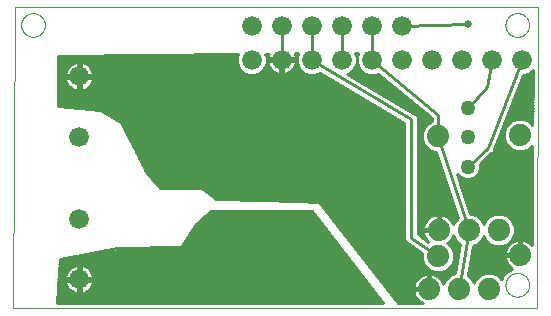
<source format=gbl>
G75*
%MOIN*%
%OFA0B0*%
%FSLAX25Y25*%
%IPPOS*%
%LPD*%
%AMOC8*
5,1,8,0,0,1.08239X$1,22.5*
%
%ADD10C,0.00000*%
%ADD11C,0.06600*%
%ADD12C,0.07400*%
%ADD13C,0.05000*%
%ADD14C,0.01000*%
%ADD15C,0.02500*%
D10*
X0003833Y0004000D02*
X0178333Y0004000D01*
X0178833Y0104394D01*
X0004333Y0104394D01*
X0003833Y0004000D01*
X0006522Y0098488D02*
X0006524Y0098613D01*
X0006530Y0098738D01*
X0006540Y0098862D01*
X0006554Y0098986D01*
X0006571Y0099110D01*
X0006593Y0099233D01*
X0006619Y0099355D01*
X0006648Y0099477D01*
X0006681Y0099597D01*
X0006719Y0099716D01*
X0006759Y0099835D01*
X0006804Y0099951D01*
X0006852Y0100066D01*
X0006904Y0100180D01*
X0006960Y0100292D01*
X0007019Y0100402D01*
X0007081Y0100510D01*
X0007147Y0100617D01*
X0007216Y0100721D01*
X0007289Y0100822D01*
X0007364Y0100922D01*
X0007443Y0101019D01*
X0007525Y0101113D01*
X0007610Y0101205D01*
X0007697Y0101294D01*
X0007788Y0101380D01*
X0007881Y0101463D01*
X0007977Y0101544D01*
X0008075Y0101621D01*
X0008175Y0101695D01*
X0008278Y0101766D01*
X0008383Y0101833D01*
X0008491Y0101898D01*
X0008600Y0101958D01*
X0008711Y0102016D01*
X0008824Y0102069D01*
X0008938Y0102119D01*
X0009054Y0102166D01*
X0009171Y0102208D01*
X0009290Y0102247D01*
X0009410Y0102283D01*
X0009531Y0102314D01*
X0009653Y0102342D01*
X0009775Y0102365D01*
X0009899Y0102385D01*
X0010023Y0102401D01*
X0010147Y0102413D01*
X0010272Y0102421D01*
X0010397Y0102425D01*
X0010521Y0102425D01*
X0010646Y0102421D01*
X0010771Y0102413D01*
X0010895Y0102401D01*
X0011019Y0102385D01*
X0011143Y0102365D01*
X0011265Y0102342D01*
X0011387Y0102314D01*
X0011508Y0102283D01*
X0011628Y0102247D01*
X0011747Y0102208D01*
X0011864Y0102166D01*
X0011980Y0102119D01*
X0012094Y0102069D01*
X0012207Y0102016D01*
X0012318Y0101958D01*
X0012428Y0101898D01*
X0012535Y0101833D01*
X0012640Y0101766D01*
X0012743Y0101695D01*
X0012843Y0101621D01*
X0012941Y0101544D01*
X0013037Y0101463D01*
X0013130Y0101380D01*
X0013221Y0101294D01*
X0013308Y0101205D01*
X0013393Y0101113D01*
X0013475Y0101019D01*
X0013554Y0100922D01*
X0013629Y0100822D01*
X0013702Y0100721D01*
X0013771Y0100617D01*
X0013837Y0100510D01*
X0013899Y0100402D01*
X0013958Y0100292D01*
X0014014Y0100180D01*
X0014066Y0100066D01*
X0014114Y0099951D01*
X0014159Y0099835D01*
X0014199Y0099716D01*
X0014237Y0099597D01*
X0014270Y0099477D01*
X0014299Y0099355D01*
X0014325Y0099233D01*
X0014347Y0099110D01*
X0014364Y0098986D01*
X0014378Y0098862D01*
X0014388Y0098738D01*
X0014394Y0098613D01*
X0014396Y0098488D01*
X0014394Y0098363D01*
X0014388Y0098238D01*
X0014378Y0098114D01*
X0014364Y0097990D01*
X0014347Y0097866D01*
X0014325Y0097743D01*
X0014299Y0097621D01*
X0014270Y0097499D01*
X0014237Y0097379D01*
X0014199Y0097260D01*
X0014159Y0097141D01*
X0014114Y0097025D01*
X0014066Y0096910D01*
X0014014Y0096796D01*
X0013958Y0096684D01*
X0013899Y0096574D01*
X0013837Y0096466D01*
X0013771Y0096359D01*
X0013702Y0096255D01*
X0013629Y0096154D01*
X0013554Y0096054D01*
X0013475Y0095957D01*
X0013393Y0095863D01*
X0013308Y0095771D01*
X0013221Y0095682D01*
X0013130Y0095596D01*
X0013037Y0095513D01*
X0012941Y0095432D01*
X0012843Y0095355D01*
X0012743Y0095281D01*
X0012640Y0095210D01*
X0012535Y0095143D01*
X0012427Y0095078D01*
X0012318Y0095018D01*
X0012207Y0094960D01*
X0012094Y0094907D01*
X0011980Y0094857D01*
X0011864Y0094810D01*
X0011747Y0094768D01*
X0011628Y0094729D01*
X0011508Y0094693D01*
X0011387Y0094662D01*
X0011265Y0094634D01*
X0011143Y0094611D01*
X0011019Y0094591D01*
X0010895Y0094575D01*
X0010771Y0094563D01*
X0010646Y0094555D01*
X0010521Y0094551D01*
X0010397Y0094551D01*
X0010272Y0094555D01*
X0010147Y0094563D01*
X0010023Y0094575D01*
X0009899Y0094591D01*
X0009775Y0094611D01*
X0009653Y0094634D01*
X0009531Y0094662D01*
X0009410Y0094693D01*
X0009290Y0094729D01*
X0009171Y0094768D01*
X0009054Y0094810D01*
X0008938Y0094857D01*
X0008824Y0094907D01*
X0008711Y0094960D01*
X0008600Y0095018D01*
X0008490Y0095078D01*
X0008383Y0095143D01*
X0008278Y0095210D01*
X0008175Y0095281D01*
X0008075Y0095355D01*
X0007977Y0095432D01*
X0007881Y0095513D01*
X0007788Y0095596D01*
X0007697Y0095682D01*
X0007610Y0095771D01*
X0007525Y0095863D01*
X0007443Y0095957D01*
X0007364Y0096054D01*
X0007289Y0096154D01*
X0007216Y0096255D01*
X0007147Y0096359D01*
X0007081Y0096466D01*
X0007019Y0096574D01*
X0006960Y0096684D01*
X0006904Y0096796D01*
X0006852Y0096910D01*
X0006804Y0097025D01*
X0006759Y0097141D01*
X0006719Y0097260D01*
X0006681Y0097379D01*
X0006648Y0097499D01*
X0006619Y0097621D01*
X0006593Y0097743D01*
X0006571Y0097866D01*
X0006554Y0097990D01*
X0006540Y0098114D01*
X0006530Y0098238D01*
X0006524Y0098363D01*
X0006522Y0098488D01*
X0167940Y0098488D02*
X0167942Y0098613D01*
X0167948Y0098738D01*
X0167958Y0098862D01*
X0167972Y0098986D01*
X0167989Y0099110D01*
X0168011Y0099233D01*
X0168037Y0099355D01*
X0168066Y0099477D01*
X0168099Y0099597D01*
X0168137Y0099716D01*
X0168177Y0099835D01*
X0168222Y0099951D01*
X0168270Y0100066D01*
X0168322Y0100180D01*
X0168378Y0100292D01*
X0168437Y0100402D01*
X0168499Y0100510D01*
X0168565Y0100617D01*
X0168634Y0100721D01*
X0168707Y0100822D01*
X0168782Y0100922D01*
X0168861Y0101019D01*
X0168943Y0101113D01*
X0169028Y0101205D01*
X0169115Y0101294D01*
X0169206Y0101380D01*
X0169299Y0101463D01*
X0169395Y0101544D01*
X0169493Y0101621D01*
X0169593Y0101695D01*
X0169696Y0101766D01*
X0169801Y0101833D01*
X0169909Y0101898D01*
X0170018Y0101958D01*
X0170129Y0102016D01*
X0170242Y0102069D01*
X0170356Y0102119D01*
X0170472Y0102166D01*
X0170589Y0102208D01*
X0170708Y0102247D01*
X0170828Y0102283D01*
X0170949Y0102314D01*
X0171071Y0102342D01*
X0171193Y0102365D01*
X0171317Y0102385D01*
X0171441Y0102401D01*
X0171565Y0102413D01*
X0171690Y0102421D01*
X0171815Y0102425D01*
X0171939Y0102425D01*
X0172064Y0102421D01*
X0172189Y0102413D01*
X0172313Y0102401D01*
X0172437Y0102385D01*
X0172561Y0102365D01*
X0172683Y0102342D01*
X0172805Y0102314D01*
X0172926Y0102283D01*
X0173046Y0102247D01*
X0173165Y0102208D01*
X0173282Y0102166D01*
X0173398Y0102119D01*
X0173512Y0102069D01*
X0173625Y0102016D01*
X0173736Y0101958D01*
X0173846Y0101898D01*
X0173953Y0101833D01*
X0174058Y0101766D01*
X0174161Y0101695D01*
X0174261Y0101621D01*
X0174359Y0101544D01*
X0174455Y0101463D01*
X0174548Y0101380D01*
X0174639Y0101294D01*
X0174726Y0101205D01*
X0174811Y0101113D01*
X0174893Y0101019D01*
X0174972Y0100922D01*
X0175047Y0100822D01*
X0175120Y0100721D01*
X0175189Y0100617D01*
X0175255Y0100510D01*
X0175317Y0100402D01*
X0175376Y0100292D01*
X0175432Y0100180D01*
X0175484Y0100066D01*
X0175532Y0099951D01*
X0175577Y0099835D01*
X0175617Y0099716D01*
X0175655Y0099597D01*
X0175688Y0099477D01*
X0175717Y0099355D01*
X0175743Y0099233D01*
X0175765Y0099110D01*
X0175782Y0098986D01*
X0175796Y0098862D01*
X0175806Y0098738D01*
X0175812Y0098613D01*
X0175814Y0098488D01*
X0175812Y0098363D01*
X0175806Y0098238D01*
X0175796Y0098114D01*
X0175782Y0097990D01*
X0175765Y0097866D01*
X0175743Y0097743D01*
X0175717Y0097621D01*
X0175688Y0097499D01*
X0175655Y0097379D01*
X0175617Y0097260D01*
X0175577Y0097141D01*
X0175532Y0097025D01*
X0175484Y0096910D01*
X0175432Y0096796D01*
X0175376Y0096684D01*
X0175317Y0096574D01*
X0175255Y0096466D01*
X0175189Y0096359D01*
X0175120Y0096255D01*
X0175047Y0096154D01*
X0174972Y0096054D01*
X0174893Y0095957D01*
X0174811Y0095863D01*
X0174726Y0095771D01*
X0174639Y0095682D01*
X0174548Y0095596D01*
X0174455Y0095513D01*
X0174359Y0095432D01*
X0174261Y0095355D01*
X0174161Y0095281D01*
X0174058Y0095210D01*
X0173953Y0095143D01*
X0173845Y0095078D01*
X0173736Y0095018D01*
X0173625Y0094960D01*
X0173512Y0094907D01*
X0173398Y0094857D01*
X0173282Y0094810D01*
X0173165Y0094768D01*
X0173046Y0094729D01*
X0172926Y0094693D01*
X0172805Y0094662D01*
X0172683Y0094634D01*
X0172561Y0094611D01*
X0172437Y0094591D01*
X0172313Y0094575D01*
X0172189Y0094563D01*
X0172064Y0094555D01*
X0171939Y0094551D01*
X0171815Y0094551D01*
X0171690Y0094555D01*
X0171565Y0094563D01*
X0171441Y0094575D01*
X0171317Y0094591D01*
X0171193Y0094611D01*
X0171071Y0094634D01*
X0170949Y0094662D01*
X0170828Y0094693D01*
X0170708Y0094729D01*
X0170589Y0094768D01*
X0170472Y0094810D01*
X0170356Y0094857D01*
X0170242Y0094907D01*
X0170129Y0094960D01*
X0170018Y0095018D01*
X0169908Y0095078D01*
X0169801Y0095143D01*
X0169696Y0095210D01*
X0169593Y0095281D01*
X0169493Y0095355D01*
X0169395Y0095432D01*
X0169299Y0095513D01*
X0169206Y0095596D01*
X0169115Y0095682D01*
X0169028Y0095771D01*
X0168943Y0095863D01*
X0168861Y0095957D01*
X0168782Y0096054D01*
X0168707Y0096154D01*
X0168634Y0096255D01*
X0168565Y0096359D01*
X0168499Y0096466D01*
X0168437Y0096574D01*
X0168378Y0096684D01*
X0168322Y0096796D01*
X0168270Y0096910D01*
X0168222Y0097025D01*
X0168177Y0097141D01*
X0168137Y0097260D01*
X0168099Y0097379D01*
X0168066Y0097499D01*
X0168037Y0097621D01*
X0168011Y0097743D01*
X0167989Y0097866D01*
X0167972Y0097990D01*
X0167958Y0098114D01*
X0167948Y0098238D01*
X0167942Y0098363D01*
X0167940Y0098488D01*
X0167940Y0011874D02*
X0167942Y0011999D01*
X0167948Y0012124D01*
X0167958Y0012248D01*
X0167972Y0012372D01*
X0167989Y0012496D01*
X0168011Y0012619D01*
X0168037Y0012741D01*
X0168066Y0012863D01*
X0168099Y0012983D01*
X0168137Y0013102D01*
X0168177Y0013221D01*
X0168222Y0013337D01*
X0168270Y0013452D01*
X0168322Y0013566D01*
X0168378Y0013678D01*
X0168437Y0013788D01*
X0168499Y0013896D01*
X0168565Y0014003D01*
X0168634Y0014107D01*
X0168707Y0014208D01*
X0168782Y0014308D01*
X0168861Y0014405D01*
X0168943Y0014499D01*
X0169028Y0014591D01*
X0169115Y0014680D01*
X0169206Y0014766D01*
X0169299Y0014849D01*
X0169395Y0014930D01*
X0169493Y0015007D01*
X0169593Y0015081D01*
X0169696Y0015152D01*
X0169801Y0015219D01*
X0169909Y0015284D01*
X0170018Y0015344D01*
X0170129Y0015402D01*
X0170242Y0015455D01*
X0170356Y0015505D01*
X0170472Y0015552D01*
X0170589Y0015594D01*
X0170708Y0015633D01*
X0170828Y0015669D01*
X0170949Y0015700D01*
X0171071Y0015728D01*
X0171193Y0015751D01*
X0171317Y0015771D01*
X0171441Y0015787D01*
X0171565Y0015799D01*
X0171690Y0015807D01*
X0171815Y0015811D01*
X0171939Y0015811D01*
X0172064Y0015807D01*
X0172189Y0015799D01*
X0172313Y0015787D01*
X0172437Y0015771D01*
X0172561Y0015751D01*
X0172683Y0015728D01*
X0172805Y0015700D01*
X0172926Y0015669D01*
X0173046Y0015633D01*
X0173165Y0015594D01*
X0173282Y0015552D01*
X0173398Y0015505D01*
X0173512Y0015455D01*
X0173625Y0015402D01*
X0173736Y0015344D01*
X0173846Y0015284D01*
X0173953Y0015219D01*
X0174058Y0015152D01*
X0174161Y0015081D01*
X0174261Y0015007D01*
X0174359Y0014930D01*
X0174455Y0014849D01*
X0174548Y0014766D01*
X0174639Y0014680D01*
X0174726Y0014591D01*
X0174811Y0014499D01*
X0174893Y0014405D01*
X0174972Y0014308D01*
X0175047Y0014208D01*
X0175120Y0014107D01*
X0175189Y0014003D01*
X0175255Y0013896D01*
X0175317Y0013788D01*
X0175376Y0013678D01*
X0175432Y0013566D01*
X0175484Y0013452D01*
X0175532Y0013337D01*
X0175577Y0013221D01*
X0175617Y0013102D01*
X0175655Y0012983D01*
X0175688Y0012863D01*
X0175717Y0012741D01*
X0175743Y0012619D01*
X0175765Y0012496D01*
X0175782Y0012372D01*
X0175796Y0012248D01*
X0175806Y0012124D01*
X0175812Y0011999D01*
X0175814Y0011874D01*
X0175812Y0011749D01*
X0175806Y0011624D01*
X0175796Y0011500D01*
X0175782Y0011376D01*
X0175765Y0011252D01*
X0175743Y0011129D01*
X0175717Y0011007D01*
X0175688Y0010885D01*
X0175655Y0010765D01*
X0175617Y0010646D01*
X0175577Y0010527D01*
X0175532Y0010411D01*
X0175484Y0010296D01*
X0175432Y0010182D01*
X0175376Y0010070D01*
X0175317Y0009960D01*
X0175255Y0009852D01*
X0175189Y0009745D01*
X0175120Y0009641D01*
X0175047Y0009540D01*
X0174972Y0009440D01*
X0174893Y0009343D01*
X0174811Y0009249D01*
X0174726Y0009157D01*
X0174639Y0009068D01*
X0174548Y0008982D01*
X0174455Y0008899D01*
X0174359Y0008818D01*
X0174261Y0008741D01*
X0174161Y0008667D01*
X0174058Y0008596D01*
X0173953Y0008529D01*
X0173845Y0008464D01*
X0173736Y0008404D01*
X0173625Y0008346D01*
X0173512Y0008293D01*
X0173398Y0008243D01*
X0173282Y0008196D01*
X0173165Y0008154D01*
X0173046Y0008115D01*
X0172926Y0008079D01*
X0172805Y0008048D01*
X0172683Y0008020D01*
X0172561Y0007997D01*
X0172437Y0007977D01*
X0172313Y0007961D01*
X0172189Y0007949D01*
X0172064Y0007941D01*
X0171939Y0007937D01*
X0171815Y0007937D01*
X0171690Y0007941D01*
X0171565Y0007949D01*
X0171441Y0007961D01*
X0171317Y0007977D01*
X0171193Y0007997D01*
X0171071Y0008020D01*
X0170949Y0008048D01*
X0170828Y0008079D01*
X0170708Y0008115D01*
X0170589Y0008154D01*
X0170472Y0008196D01*
X0170356Y0008243D01*
X0170242Y0008293D01*
X0170129Y0008346D01*
X0170018Y0008404D01*
X0169908Y0008464D01*
X0169801Y0008529D01*
X0169696Y0008596D01*
X0169593Y0008667D01*
X0169493Y0008741D01*
X0169395Y0008818D01*
X0169299Y0008899D01*
X0169206Y0008982D01*
X0169115Y0009068D01*
X0169028Y0009157D01*
X0168943Y0009249D01*
X0168861Y0009343D01*
X0168782Y0009440D01*
X0168707Y0009540D01*
X0168634Y0009641D01*
X0168565Y0009745D01*
X0168499Y0009852D01*
X0168437Y0009960D01*
X0168378Y0010070D01*
X0168322Y0010182D01*
X0168270Y0010296D01*
X0168222Y0010411D01*
X0168177Y0010527D01*
X0168137Y0010646D01*
X0168099Y0010765D01*
X0168066Y0010885D01*
X0168037Y0011007D01*
X0168011Y0011129D01*
X0167989Y0011252D01*
X0167972Y0011376D01*
X0167958Y0011500D01*
X0167948Y0011624D01*
X0167942Y0011749D01*
X0167940Y0011874D01*
D11*
X0163333Y0086874D03*
X0153333Y0086874D03*
X0143333Y0086874D03*
X0133333Y0086874D03*
X0123333Y0086874D03*
X0113333Y0086874D03*
X0103333Y0086874D03*
X0093333Y0086874D03*
X0083333Y0086874D03*
X0083491Y0098094D03*
X0093491Y0098094D03*
X0103491Y0098094D03*
X0113491Y0098094D03*
X0123491Y0098094D03*
X0133491Y0098094D03*
X0173333Y0086874D03*
X0025833Y0081343D03*
X0025833Y0061264D03*
X0025833Y0033843D03*
X0025833Y0013764D03*
D12*
X0142396Y0010500D03*
X0152396Y0010500D03*
X0162396Y0010500D03*
X0172853Y0021756D03*
X0165668Y0030232D03*
X0155668Y0030232D03*
X0145668Y0030232D03*
X0145499Y0021402D03*
X0145499Y0061402D03*
X0172853Y0061756D03*
D13*
X0155381Y0061083D03*
X0155381Y0070925D03*
X0155381Y0051240D03*
D14*
X0162034Y0057543D01*
X0173333Y0086874D01*
X0177029Y0083499D02*
X0176939Y0065307D01*
X0175912Y0066334D01*
X0173927Y0067156D01*
X0171779Y0067156D01*
X0169794Y0066334D01*
X0168275Y0064815D01*
X0167453Y0062830D01*
X0167453Y0060682D01*
X0168275Y0058697D01*
X0169794Y0057178D01*
X0171779Y0056356D01*
X0173927Y0056356D01*
X0175912Y0057178D01*
X0176903Y0058169D01*
X0176739Y0025224D01*
X0176241Y0025722D01*
X0175578Y0026203D01*
X0174849Y0026575D01*
X0174071Y0026828D01*
X0173262Y0026956D01*
X0173239Y0026956D01*
X0173239Y0022142D01*
X0172467Y0022142D01*
X0172467Y0026956D01*
X0172444Y0026956D01*
X0171635Y0026828D01*
X0170857Y0026575D01*
X0170128Y0026203D01*
X0169465Y0025722D01*
X0168887Y0025143D01*
X0168406Y0024481D01*
X0168034Y0023752D01*
X0167781Y0022974D01*
X0167653Y0022165D01*
X0167653Y0022142D01*
X0172467Y0022142D01*
X0172467Y0021370D01*
X0167653Y0021370D01*
X0167653Y0021347D01*
X0167781Y0020538D01*
X0168034Y0019760D01*
X0168406Y0019030D01*
X0168887Y0018368D01*
X0169465Y0017790D01*
X0170128Y0017308D01*
X0170190Y0017277D01*
X0168684Y0016653D01*
X0167098Y0015067D01*
X0166620Y0013913D01*
X0165455Y0015078D01*
X0163470Y0015900D01*
X0161322Y0015900D01*
X0159337Y0015078D01*
X0157818Y0013559D01*
X0157396Y0012540D01*
X0156974Y0013559D01*
X0155455Y0015078D01*
X0155390Y0015105D01*
X0157022Y0024948D01*
X0158727Y0025654D01*
X0160246Y0027173D01*
X0160668Y0028192D01*
X0161090Y0027173D01*
X0162609Y0025654D01*
X0164594Y0024832D01*
X0166742Y0024832D01*
X0168727Y0025654D01*
X0170246Y0027173D01*
X0171068Y0029158D01*
X0171068Y0031306D01*
X0170246Y0033291D01*
X0168727Y0034810D01*
X0166742Y0035632D01*
X0164594Y0035632D01*
X0162609Y0034810D01*
X0161090Y0033291D01*
X0160668Y0032272D01*
X0160246Y0033291D01*
X0158727Y0034810D01*
X0156742Y0035632D01*
X0156205Y0035632D01*
X0151857Y0048824D01*
X0153001Y0047680D01*
X0154545Y0047040D01*
X0156216Y0047040D01*
X0157760Y0047680D01*
X0158941Y0048861D01*
X0159581Y0050405D01*
X0159581Y0052076D01*
X0159547Y0052157D01*
X0163272Y0055686D01*
X0163759Y0055902D01*
X0163908Y0056288D01*
X0164209Y0056573D01*
X0164223Y0057106D01*
X0173765Y0081874D01*
X0174328Y0081874D01*
X0176166Y0082635D01*
X0177029Y0083499D01*
X0177026Y0082882D02*
X0176413Y0082882D01*
X0177021Y0081884D02*
X0174352Y0081884D01*
X0173384Y0080885D02*
X0177016Y0080885D01*
X0177011Y0079887D02*
X0172999Y0079887D01*
X0172615Y0078888D02*
X0177006Y0078888D01*
X0177001Y0077890D02*
X0172230Y0077890D01*
X0171845Y0076891D02*
X0176996Y0076891D01*
X0176991Y0075893D02*
X0171461Y0075893D01*
X0171076Y0074894D02*
X0176986Y0074894D01*
X0176981Y0073896D02*
X0170691Y0073896D01*
X0170307Y0072897D02*
X0176976Y0072897D01*
X0176971Y0071899D02*
X0169922Y0071899D01*
X0169537Y0070900D02*
X0176967Y0070900D01*
X0176962Y0069902D02*
X0169153Y0069902D01*
X0168768Y0068903D02*
X0176957Y0068903D01*
X0176952Y0067905D02*
X0168383Y0067905D01*
X0167999Y0066906D02*
X0171176Y0066906D01*
X0169368Y0065908D02*
X0167614Y0065908D01*
X0167229Y0064909D02*
X0168370Y0064909D01*
X0167901Y0063911D02*
X0166845Y0063911D01*
X0166460Y0062912D02*
X0167487Y0062912D01*
X0167453Y0061914D02*
X0166075Y0061914D01*
X0165691Y0060915D02*
X0167453Y0060915D01*
X0167770Y0059917D02*
X0165306Y0059917D01*
X0164921Y0058918D02*
X0168184Y0058918D01*
X0169053Y0057920D02*
X0164537Y0057920D01*
X0164218Y0056921D02*
X0170414Y0056921D01*
X0175292Y0056921D02*
X0176897Y0056921D01*
X0176892Y0055923D02*
X0163767Y0055923D01*
X0162468Y0054924D02*
X0176887Y0054924D01*
X0176882Y0053926D02*
X0161414Y0053926D01*
X0160360Y0052927D02*
X0176877Y0052927D01*
X0176872Y0051929D02*
X0159581Y0051929D01*
X0159581Y0050930D02*
X0176867Y0050930D01*
X0176862Y0049932D02*
X0159385Y0049932D01*
X0158971Y0048933D02*
X0176857Y0048933D01*
X0176852Y0047934D02*
X0158015Y0047934D01*
X0152747Y0047934D02*
X0152150Y0047934D01*
X0152479Y0046936D02*
X0176847Y0046936D01*
X0176842Y0045937D02*
X0152808Y0045937D01*
X0153137Y0044939D02*
X0176837Y0044939D01*
X0176832Y0043940D02*
X0153466Y0043940D01*
X0153795Y0042942D02*
X0176827Y0042942D01*
X0176822Y0041943D02*
X0154124Y0041943D01*
X0154454Y0040945D02*
X0176817Y0040945D01*
X0176812Y0039946D02*
X0154783Y0039946D01*
X0155112Y0038948D02*
X0176807Y0038948D01*
X0176802Y0037949D02*
X0155441Y0037949D01*
X0155770Y0036951D02*
X0176797Y0036951D01*
X0176792Y0035952D02*
X0156099Y0035952D01*
X0158380Y0034954D02*
X0162956Y0034954D01*
X0161754Y0033955D02*
X0159582Y0033955D01*
X0160384Y0032957D02*
X0160952Y0032957D01*
X0155668Y0030232D02*
X0152396Y0010500D01*
X0157211Y0012987D02*
X0157581Y0012987D01*
X0158245Y0013985D02*
X0156548Y0013985D01*
X0155549Y0014984D02*
X0159243Y0014984D01*
X0155535Y0015982D02*
X0168013Y0015982D01*
X0167063Y0014984D02*
X0165549Y0014984D01*
X0166548Y0013985D02*
X0166650Y0013985D01*
X0169475Y0016981D02*
X0155701Y0016981D01*
X0155866Y0017979D02*
X0169276Y0017979D01*
X0168444Y0018978D02*
X0156032Y0018978D01*
X0156198Y0019976D02*
X0167964Y0019976D01*
X0167712Y0020975D02*
X0156363Y0020975D01*
X0156529Y0021973D02*
X0172467Y0021973D01*
X0172467Y0022972D02*
X0173239Y0022972D01*
X0173239Y0023970D02*
X0172467Y0023970D01*
X0172467Y0024969D02*
X0173239Y0024969D01*
X0173239Y0025967D02*
X0172467Y0025967D01*
X0170038Y0026966D02*
X0176748Y0026966D01*
X0176753Y0027964D02*
X0170573Y0027964D01*
X0170987Y0028963D02*
X0176758Y0028963D01*
X0176763Y0029961D02*
X0171068Y0029961D01*
X0171068Y0030960D02*
X0176768Y0030960D01*
X0176773Y0031958D02*
X0170798Y0031958D01*
X0170384Y0032957D02*
X0176778Y0032957D01*
X0176783Y0033955D02*
X0169582Y0033955D01*
X0168380Y0034954D02*
X0176787Y0034954D01*
X0176743Y0025967D02*
X0175903Y0025967D01*
X0169803Y0025967D02*
X0169040Y0025967D01*
X0168760Y0024969D02*
X0167072Y0024969D01*
X0168145Y0023970D02*
X0156860Y0023970D01*
X0156694Y0022972D02*
X0167781Y0022972D01*
X0164264Y0024969D02*
X0157072Y0024969D01*
X0159040Y0025967D02*
X0162296Y0025967D01*
X0161298Y0026966D02*
X0160038Y0026966D01*
X0160573Y0027964D02*
X0160763Y0027964D01*
X0155668Y0030232D02*
X0145499Y0061087D01*
X0145499Y0061402D01*
X0145499Y0068567D01*
X0123333Y0086874D01*
X0123491Y0098094D01*
X0133491Y0098094D02*
X0155341Y0098882D01*
X0163333Y0086874D02*
X0161833Y0077874D01*
X0155381Y0070925D01*
X0143299Y0067531D02*
X0143299Y0066335D01*
X0142440Y0065979D01*
X0140921Y0064460D01*
X0140099Y0062476D01*
X0140099Y0060327D01*
X0140921Y0058343D01*
X0142440Y0056824D01*
X0144425Y0056002D01*
X0144858Y0056002D01*
X0152033Y0034234D01*
X0151090Y0033291D01*
X0150559Y0032008D01*
X0150487Y0032228D01*
X0150115Y0032958D01*
X0149634Y0033620D01*
X0149056Y0034199D01*
X0148393Y0034680D01*
X0147664Y0035051D01*
X0146886Y0035304D01*
X0146077Y0035432D01*
X0145968Y0035432D01*
X0145968Y0030532D01*
X0145368Y0030532D01*
X0145368Y0029932D01*
X0140468Y0029932D01*
X0140468Y0029823D01*
X0140596Y0029015D01*
X0140849Y0028236D01*
X0141221Y0027507D01*
X0141702Y0026845D01*
X0142231Y0026316D01*
X0138644Y0028780D01*
X0138644Y0066382D01*
X0138799Y0066641D01*
X0138644Y0067263D01*
X0138644Y0067903D01*
X0138430Y0068117D01*
X0138357Y0068409D01*
X0137808Y0068739D01*
X0137355Y0069192D01*
X0137053Y0069192D01*
X0115278Y0082268D01*
X0116166Y0082635D01*
X0117572Y0084042D01*
X0118333Y0085879D01*
X0118333Y0087869D01*
X0117765Y0089241D01*
X0118908Y0089255D01*
X0118333Y0087869D01*
X0118333Y0085879D01*
X0119095Y0084042D01*
X0120501Y0082635D01*
X0122339Y0081874D01*
X0124328Y0081874D01*
X0125396Y0082317D01*
X0143299Y0067531D01*
X0142846Y0067905D02*
X0138642Y0067905D01*
X0138733Y0066906D02*
X0143299Y0066906D01*
X0142368Y0065908D02*
X0138644Y0065908D01*
X0138644Y0064909D02*
X0141370Y0064909D01*
X0140693Y0063911D02*
X0138644Y0063911D01*
X0138644Y0062912D02*
X0140279Y0062912D01*
X0140099Y0061914D02*
X0138644Y0061914D01*
X0138644Y0060915D02*
X0140099Y0060915D01*
X0140269Y0059917D02*
X0138644Y0059917D01*
X0138644Y0058918D02*
X0140682Y0058918D01*
X0141344Y0057920D02*
X0138644Y0057920D01*
X0138644Y0056921D02*
X0142342Y0056921D01*
X0144884Y0055923D02*
X0138644Y0055923D01*
X0138644Y0054924D02*
X0145213Y0054924D01*
X0145542Y0053926D02*
X0138644Y0053926D01*
X0138644Y0052927D02*
X0145872Y0052927D01*
X0146201Y0051929D02*
X0138644Y0051929D01*
X0138644Y0050930D02*
X0146530Y0050930D01*
X0146859Y0049932D02*
X0138644Y0049932D01*
X0138644Y0048933D02*
X0147188Y0048933D01*
X0147517Y0047934D02*
X0138644Y0047934D01*
X0138644Y0046936D02*
X0147846Y0046936D01*
X0148175Y0045937D02*
X0138644Y0045937D01*
X0138644Y0044939D02*
X0148504Y0044939D01*
X0148833Y0043940D02*
X0138644Y0043940D01*
X0138644Y0042942D02*
X0149163Y0042942D01*
X0149492Y0041943D02*
X0138644Y0041943D01*
X0138644Y0040945D02*
X0149821Y0040945D01*
X0150150Y0039946D02*
X0138644Y0039946D01*
X0138644Y0038948D02*
X0150479Y0038948D01*
X0150808Y0037949D02*
X0138644Y0037949D01*
X0138644Y0036951D02*
X0151137Y0036951D01*
X0151466Y0035952D02*
X0138644Y0035952D01*
X0138644Y0034954D02*
X0143481Y0034954D01*
X0143672Y0035051D02*
X0142943Y0034680D01*
X0142280Y0034199D01*
X0141702Y0033620D01*
X0141221Y0032958D01*
X0140849Y0032228D01*
X0140596Y0031450D01*
X0140468Y0030642D01*
X0140468Y0030532D01*
X0145368Y0030532D01*
X0145368Y0035432D01*
X0145259Y0035432D01*
X0144450Y0035304D01*
X0143672Y0035051D01*
X0145368Y0034954D02*
X0145968Y0034954D01*
X0145968Y0033955D02*
X0145368Y0033955D01*
X0145368Y0032957D02*
X0145968Y0032957D01*
X0145968Y0031958D02*
X0145368Y0031958D01*
X0145368Y0030960D02*
X0145968Y0030960D01*
X0145368Y0029961D02*
X0138644Y0029961D01*
X0138644Y0028963D02*
X0140613Y0028963D01*
X0140987Y0027964D02*
X0139831Y0027964D01*
X0141284Y0026966D02*
X0141614Y0026966D01*
X0140099Y0022442D02*
X0135761Y0025422D01*
X0135532Y0025422D01*
X0135031Y0025923D01*
X0134447Y0026325D01*
X0134405Y0026549D01*
X0134244Y0026711D01*
X0134244Y0027420D01*
X0134114Y0028117D01*
X0134244Y0028305D01*
X0134244Y0065747D01*
X0106138Y0082624D01*
X0104328Y0081874D01*
X0102339Y0081874D01*
X0100501Y0082635D01*
X0099095Y0084042D01*
X0098333Y0085879D01*
X0098333Y0087869D01*
X0098803Y0089003D01*
X0097643Y0088988D01*
X0097782Y0088717D01*
X0098015Y0087998D01*
X0098114Y0087374D01*
X0093833Y0087374D01*
X0093833Y0086374D01*
X0093833Y0082093D01*
X0094457Y0082192D01*
X0095176Y0082426D01*
X0095849Y0082769D01*
X0096460Y0083213D01*
X0096995Y0083747D01*
X0097439Y0084358D01*
X0097782Y0085031D01*
X0098015Y0085750D01*
X0098114Y0086374D01*
X0093833Y0086374D01*
X0092833Y0086374D01*
X0088553Y0086374D01*
X0088652Y0085750D01*
X0088885Y0085031D01*
X0089228Y0084358D01*
X0089672Y0083747D01*
X0090206Y0083213D01*
X0090818Y0082769D01*
X0091491Y0082426D01*
X0092209Y0082192D01*
X0092833Y0082093D01*
X0092833Y0086374D01*
X0092833Y0087374D01*
X0088553Y0087374D01*
X0088652Y0087998D01*
X0088885Y0088717D01*
X0088968Y0088879D01*
X0087920Y0088866D01*
X0088333Y0087869D01*
X0088333Y0085879D01*
X0087572Y0084042D01*
X0086166Y0082635D01*
X0084328Y0081874D01*
X0082339Y0081874D01*
X0080501Y0082635D01*
X0079095Y0084042D01*
X0078333Y0085879D01*
X0078333Y0087869D01*
X0078699Y0088751D01*
X0018833Y0088000D01*
X0018833Y0071500D01*
X0032833Y0070000D01*
X0039833Y0066000D01*
X0048333Y0049000D01*
X0052833Y0044000D01*
X0066833Y0044000D01*
X0071333Y0040500D01*
X0087333Y0040000D01*
X0090833Y0040000D01*
X0105833Y0039500D01*
X0132177Y0005700D01*
X0140363Y0005700D01*
X0139671Y0006053D01*
X0139009Y0006534D01*
X0138430Y0007112D01*
X0137949Y0007775D01*
X0137577Y0008504D01*
X0137324Y0009282D01*
X0137196Y0010091D01*
X0137196Y0010200D01*
X0142096Y0010200D01*
X0142096Y0010800D01*
X0137196Y0010800D01*
X0137196Y0010909D01*
X0137324Y0011718D01*
X0137577Y0012496D01*
X0137949Y0013225D01*
X0138430Y0013888D01*
X0139009Y0014466D01*
X0139671Y0014947D01*
X0140400Y0015319D01*
X0141179Y0015572D01*
X0141987Y0015700D01*
X0142096Y0015700D01*
X0142096Y0010800D01*
X0142696Y0010800D01*
X0142696Y0015700D01*
X0142806Y0015700D01*
X0143614Y0015572D01*
X0144392Y0015319D01*
X0145122Y0014947D01*
X0145784Y0014466D01*
X0146363Y0013888D01*
X0146844Y0013225D01*
X0147215Y0012496D01*
X0147287Y0012276D01*
X0147818Y0013559D01*
X0149337Y0015078D01*
X0151042Y0015784D01*
X0152674Y0025627D01*
X0152609Y0025654D01*
X0151090Y0027173D01*
X0150559Y0028457D01*
X0150487Y0028236D01*
X0150115Y0027507D01*
X0149634Y0026845D01*
X0149056Y0026266D01*
X0148601Y0025936D01*
X0150077Y0024460D01*
X0150899Y0022476D01*
X0150899Y0020327D01*
X0150077Y0018343D01*
X0148558Y0016824D01*
X0146573Y0016002D01*
X0144425Y0016002D01*
X0142440Y0016824D01*
X0140921Y0018343D01*
X0140099Y0020327D01*
X0140099Y0022442D01*
X0140099Y0021973D02*
X0119494Y0021973D01*
X0120272Y0020975D02*
X0140099Y0020975D01*
X0140244Y0019976D02*
X0121050Y0019976D01*
X0121829Y0018978D02*
X0140658Y0018978D01*
X0141284Y0017979D02*
X0122607Y0017979D01*
X0123385Y0016981D02*
X0142283Y0016981D01*
X0142096Y0014984D02*
X0142696Y0014984D01*
X0142696Y0013985D02*
X0142096Y0013985D01*
X0142096Y0012987D02*
X0142696Y0012987D01*
X0142696Y0011988D02*
X0142096Y0011988D01*
X0142096Y0010990D02*
X0142696Y0010990D01*
X0146265Y0013985D02*
X0148245Y0013985D01*
X0147581Y0012987D02*
X0146965Y0012987D01*
X0145051Y0014984D02*
X0149243Y0014984D01*
X0151075Y0015982D02*
X0124163Y0015982D01*
X0124942Y0014984D02*
X0139742Y0014984D01*
X0138528Y0013985D02*
X0125720Y0013985D01*
X0126498Y0012987D02*
X0137827Y0012987D01*
X0137412Y0011988D02*
X0127276Y0011988D01*
X0128055Y0010990D02*
X0137209Y0010990D01*
X0137212Y0009991D02*
X0128833Y0009991D01*
X0129611Y0008993D02*
X0137419Y0008993D01*
X0137837Y0007994D02*
X0130389Y0007994D01*
X0131168Y0006996D02*
X0138547Y0006996D01*
X0139780Y0005997D02*
X0131946Y0005997D01*
X0127026Y0005700D02*
X0018436Y0005700D01*
X0019333Y0020500D01*
X0038333Y0024000D01*
X0059833Y0024500D01*
X0064833Y0032000D01*
X0069833Y0036500D01*
X0103333Y0036500D01*
X0127026Y0005700D01*
X0126797Y0005997D02*
X0018454Y0005997D01*
X0018515Y0006996D02*
X0126029Y0006996D01*
X0125261Y0007994D02*
X0018575Y0007994D01*
X0018636Y0008993D02*
X0025274Y0008993D01*
X0025333Y0008993D02*
X0026333Y0008993D01*
X0026333Y0008983D02*
X0026957Y0009082D01*
X0027676Y0009315D01*
X0028349Y0009658D01*
X0028960Y0010103D01*
X0029495Y0010637D01*
X0029939Y0011248D01*
X0030282Y0011921D01*
X0030515Y0012640D01*
X0030614Y0013264D01*
X0026333Y0013264D01*
X0026333Y0008983D01*
X0026393Y0008993D02*
X0124493Y0008993D01*
X0123725Y0009991D02*
X0028807Y0009991D01*
X0029751Y0010990D02*
X0122957Y0010990D01*
X0122189Y0011988D02*
X0030303Y0011988D01*
X0030570Y0012987D02*
X0121421Y0012987D01*
X0120652Y0013985D02*
X0026333Y0013985D01*
X0026333Y0014264D02*
X0026333Y0013264D01*
X0025333Y0013264D01*
X0021053Y0013264D01*
X0021152Y0012640D01*
X0021385Y0011921D01*
X0021728Y0011248D01*
X0022172Y0010637D01*
X0022706Y0010103D01*
X0023318Y0009658D01*
X0023991Y0009315D01*
X0024709Y0009082D01*
X0025333Y0008983D01*
X0025333Y0013264D01*
X0025333Y0014264D01*
X0021053Y0014264D01*
X0021152Y0014888D01*
X0021385Y0015606D01*
X0021728Y0016280D01*
X0022172Y0016891D01*
X0022706Y0017425D01*
X0023318Y0017869D01*
X0023991Y0018212D01*
X0024709Y0018446D01*
X0025333Y0018544D01*
X0025333Y0014264D01*
X0026333Y0014264D01*
X0026333Y0018544D01*
X0026957Y0018446D01*
X0027676Y0018212D01*
X0028349Y0017869D01*
X0028960Y0017425D01*
X0029495Y0016891D01*
X0029939Y0016280D01*
X0030282Y0015606D01*
X0030515Y0014888D01*
X0030614Y0014264D01*
X0026333Y0014264D01*
X0026333Y0014984D02*
X0025333Y0014984D01*
X0025333Y0015982D02*
X0026333Y0015982D01*
X0026333Y0016981D02*
X0025333Y0016981D01*
X0025333Y0017979D02*
X0026333Y0017979D01*
X0028133Y0017979D02*
X0117580Y0017979D01*
X0118348Y0016981D02*
X0029405Y0016981D01*
X0030090Y0015982D02*
X0119116Y0015982D01*
X0119884Y0014984D02*
X0030484Y0014984D01*
X0026333Y0012987D02*
X0025333Y0012987D01*
X0025333Y0013985D02*
X0018938Y0013985D01*
X0018878Y0012987D02*
X0021097Y0012987D01*
X0021363Y0011988D02*
X0018817Y0011988D01*
X0018757Y0010990D02*
X0021916Y0010990D01*
X0022860Y0009991D02*
X0018696Y0009991D01*
X0025333Y0009991D02*
X0026333Y0009991D01*
X0026333Y0010990D02*
X0025333Y0010990D01*
X0025333Y0011988D02*
X0026333Y0011988D01*
X0021183Y0014984D02*
X0018999Y0014984D01*
X0019060Y0015982D02*
X0021576Y0015982D01*
X0022262Y0016981D02*
X0019120Y0016981D01*
X0019181Y0017979D02*
X0023534Y0017979D01*
X0019241Y0018978D02*
X0116812Y0018978D01*
X0116044Y0019976D02*
X0019302Y0019976D01*
X0021910Y0020975D02*
X0115276Y0020975D01*
X0114508Y0021973D02*
X0027331Y0021973D01*
X0032751Y0022972D02*
X0113740Y0022972D01*
X0112972Y0023970D02*
X0038172Y0023970D01*
X0060146Y0024969D02*
X0112204Y0024969D01*
X0111435Y0025967D02*
X0060811Y0025967D01*
X0061477Y0026966D02*
X0110667Y0026966D01*
X0109899Y0027964D02*
X0062143Y0027964D01*
X0062809Y0028963D02*
X0109131Y0028963D01*
X0108363Y0029961D02*
X0063474Y0029961D01*
X0064140Y0030960D02*
X0107595Y0030960D01*
X0106827Y0031958D02*
X0064806Y0031958D01*
X0065896Y0032957D02*
X0106059Y0032957D01*
X0105291Y0033955D02*
X0067006Y0033955D01*
X0068115Y0034954D02*
X0104523Y0034954D01*
X0103755Y0035952D02*
X0069225Y0035952D01*
X0070761Y0040945D02*
X0134244Y0040945D01*
X0134244Y0041943D02*
X0069477Y0041943D01*
X0068194Y0042942D02*
X0134244Y0042942D01*
X0134244Y0043940D02*
X0066910Y0043940D01*
X0051988Y0044939D02*
X0134244Y0044939D01*
X0134244Y0045937D02*
X0051090Y0045937D01*
X0050191Y0046936D02*
X0134244Y0046936D01*
X0134244Y0047934D02*
X0049292Y0047934D01*
X0048394Y0048933D02*
X0134244Y0048933D01*
X0134244Y0049932D02*
X0047868Y0049932D01*
X0047368Y0050930D02*
X0134244Y0050930D01*
X0134244Y0051929D02*
X0046869Y0051929D01*
X0046370Y0052927D02*
X0134244Y0052927D01*
X0134244Y0053926D02*
X0045871Y0053926D01*
X0045371Y0054924D02*
X0134244Y0054924D01*
X0134244Y0055923D02*
X0044872Y0055923D01*
X0044373Y0056921D02*
X0134244Y0056921D01*
X0134244Y0057920D02*
X0043874Y0057920D01*
X0043374Y0058918D02*
X0134244Y0058918D01*
X0134244Y0059917D02*
X0042875Y0059917D01*
X0042376Y0060915D02*
X0134244Y0060915D01*
X0134244Y0061914D02*
X0041877Y0061914D01*
X0041377Y0062912D02*
X0134244Y0062912D01*
X0134244Y0063911D02*
X0040878Y0063911D01*
X0040379Y0064909D02*
X0134244Y0064909D01*
X0133976Y0065908D02*
X0039879Y0065908D01*
X0038247Y0066906D02*
X0132313Y0066906D01*
X0130650Y0067905D02*
X0036500Y0067905D01*
X0034753Y0068903D02*
X0128987Y0068903D01*
X0127324Y0069902D02*
X0033005Y0069902D01*
X0024431Y0070900D02*
X0125662Y0070900D01*
X0123999Y0071899D02*
X0018833Y0071899D01*
X0018833Y0072897D02*
X0122336Y0072897D01*
X0120673Y0073896D02*
X0018833Y0073896D01*
X0018833Y0074894D02*
X0119010Y0074894D01*
X0117347Y0075893D02*
X0018833Y0075893D01*
X0018833Y0076891D02*
X0024000Y0076891D01*
X0023991Y0076894D02*
X0024709Y0076661D01*
X0025333Y0076562D01*
X0025333Y0080842D01*
X0026333Y0080842D01*
X0026333Y0076562D01*
X0026957Y0076661D01*
X0027676Y0076894D01*
X0028349Y0077237D01*
X0028960Y0077681D01*
X0029495Y0078216D01*
X0029939Y0078827D01*
X0030282Y0079500D01*
X0030515Y0080219D01*
X0030614Y0080843D01*
X0026333Y0080843D01*
X0026333Y0081842D01*
X0030614Y0081842D01*
X0030515Y0082467D01*
X0030282Y0083185D01*
X0029939Y0083858D01*
X0029495Y0084470D01*
X0028960Y0085004D01*
X0028349Y0085448D01*
X0027676Y0085791D01*
X0026957Y0086024D01*
X0026333Y0086123D01*
X0026333Y0081843D01*
X0025333Y0081843D01*
X0025333Y0086123D01*
X0024709Y0086024D01*
X0023991Y0085791D01*
X0023318Y0085448D01*
X0022706Y0085004D01*
X0022172Y0084470D01*
X0021728Y0083858D01*
X0021385Y0083185D01*
X0021152Y0082467D01*
X0021053Y0081842D01*
X0025333Y0081842D01*
X0025333Y0080843D01*
X0021053Y0080843D01*
X0021152Y0080219D01*
X0021385Y0079500D01*
X0021728Y0078827D01*
X0022172Y0078216D01*
X0022706Y0077681D01*
X0023318Y0077237D01*
X0023991Y0076894D01*
X0025333Y0076891D02*
X0026333Y0076891D01*
X0026333Y0077890D02*
X0025333Y0077890D01*
X0025333Y0078888D02*
X0026333Y0078888D01*
X0026333Y0079887D02*
X0025333Y0079887D01*
X0025333Y0080885D02*
X0018833Y0080885D01*
X0018833Y0079887D02*
X0021259Y0079887D01*
X0021697Y0078888D02*
X0018833Y0078888D01*
X0018833Y0077890D02*
X0022498Y0077890D01*
X0026333Y0080885D02*
X0109033Y0080885D01*
X0110696Y0079887D02*
X0030407Y0079887D01*
X0029970Y0078888D02*
X0112359Y0078888D01*
X0114022Y0077890D02*
X0029169Y0077890D01*
X0027667Y0076891D02*
X0115684Y0076891D01*
X0119243Y0079887D02*
X0128338Y0079887D01*
X0127129Y0080885D02*
X0117580Y0080885D01*
X0115917Y0081884D02*
X0122315Y0081884D01*
X0124352Y0081884D02*
X0125920Y0081884D01*
X0129547Y0078888D02*
X0120906Y0078888D01*
X0122569Y0077890D02*
X0130756Y0077890D01*
X0131965Y0076891D02*
X0124231Y0076891D01*
X0125894Y0075893D02*
X0133174Y0075893D01*
X0134383Y0074894D02*
X0127557Y0074894D01*
X0129220Y0073896D02*
X0135592Y0073896D01*
X0136801Y0072897D02*
X0130883Y0072897D01*
X0132546Y0071899D02*
X0138010Y0071899D01*
X0139219Y0070900D02*
X0134209Y0070900D01*
X0135872Y0069902D02*
X0140428Y0069902D01*
X0141637Y0068903D02*
X0137644Y0068903D01*
X0136444Y0066992D02*
X0136444Y0027622D01*
X0145499Y0021402D01*
X0150340Y0018978D02*
X0151572Y0018978D01*
X0151737Y0019976D02*
X0150753Y0019976D01*
X0150899Y0020975D02*
X0151903Y0020975D01*
X0152069Y0021973D02*
X0150899Y0021973D01*
X0150693Y0022972D02*
X0152234Y0022972D01*
X0152400Y0023970D02*
X0150280Y0023970D01*
X0149568Y0024969D02*
X0152565Y0024969D01*
X0152296Y0025967D02*
X0148644Y0025967D01*
X0149722Y0026966D02*
X0151298Y0026966D01*
X0150762Y0027964D02*
X0150348Y0027964D01*
X0150116Y0032957D02*
X0150952Y0032957D01*
X0151754Y0033955D02*
X0149299Y0033955D01*
X0147855Y0034954D02*
X0151795Y0034954D01*
X0142037Y0033955D02*
X0138644Y0033955D01*
X0138644Y0032957D02*
X0141220Y0032957D01*
X0140761Y0031958D02*
X0138644Y0031958D01*
X0138644Y0030960D02*
X0140518Y0030960D01*
X0134244Y0030960D02*
X0112490Y0030960D01*
X0113268Y0029961D02*
X0134244Y0029961D01*
X0134244Y0028963D02*
X0114046Y0028963D01*
X0114824Y0027964D02*
X0134142Y0027964D01*
X0134244Y0026966D02*
X0115603Y0026966D01*
X0116381Y0025967D02*
X0134967Y0025967D01*
X0136421Y0024969D02*
X0117159Y0024969D01*
X0117937Y0023970D02*
X0137874Y0023970D01*
X0139328Y0022972D02*
X0118716Y0022972D01*
X0111711Y0031958D02*
X0134244Y0031958D01*
X0134244Y0032957D02*
X0110933Y0032957D01*
X0110155Y0033955D02*
X0134244Y0033955D01*
X0134244Y0034954D02*
X0109377Y0034954D01*
X0108598Y0035952D02*
X0134244Y0035952D01*
X0134244Y0036951D02*
X0107820Y0036951D01*
X0107042Y0037949D02*
X0134244Y0037949D01*
X0134244Y0038948D02*
X0106264Y0038948D01*
X0092441Y0039946D02*
X0134244Y0039946D01*
X0149713Y0017979D02*
X0151406Y0017979D01*
X0151241Y0016981D02*
X0148715Y0016981D01*
X0176653Y0057920D02*
X0176902Y0057920D01*
X0176942Y0065908D02*
X0176338Y0065908D01*
X0176947Y0066906D02*
X0174530Y0066906D01*
X0136444Y0066992D02*
X0103333Y0086874D01*
X0103491Y0098094D01*
X0093491Y0098094D02*
X0093333Y0086874D01*
X0092833Y0086876D02*
X0088333Y0086876D01*
X0088333Y0085878D02*
X0088631Y0085878D01*
X0088962Y0084879D02*
X0087919Y0084879D01*
X0087411Y0083881D02*
X0089575Y0083881D01*
X0090661Y0082882D02*
X0086413Y0082882D01*
X0084352Y0081884D02*
X0102315Y0081884D01*
X0104352Y0081884D02*
X0107370Y0081884D01*
X0100254Y0082882D02*
X0096006Y0082882D01*
X0097092Y0083881D02*
X0099255Y0083881D01*
X0098748Y0084879D02*
X0097704Y0084879D01*
X0098035Y0085878D02*
X0098334Y0085878D01*
X0098333Y0086876D02*
X0093833Y0086876D01*
X0093833Y0085878D02*
X0092833Y0085878D01*
X0092833Y0084879D02*
X0093833Y0084879D01*
X0093833Y0083881D02*
X0092833Y0083881D01*
X0092833Y0082882D02*
X0093833Y0082882D01*
X0098035Y0087875D02*
X0098336Y0087875D01*
X0098750Y0088873D02*
X0097702Y0088873D01*
X0088965Y0088873D02*
X0088492Y0088873D01*
X0088632Y0087875D02*
X0088331Y0087875D01*
X0080254Y0082882D02*
X0030380Y0082882D01*
X0030607Y0081884D02*
X0082315Y0081884D01*
X0079255Y0083881D02*
X0029922Y0083881D01*
X0029085Y0084879D02*
X0078748Y0084879D01*
X0078334Y0085878D02*
X0027408Y0085878D01*
X0026333Y0085878D02*
X0025333Y0085878D01*
X0025333Y0084879D02*
X0026333Y0084879D01*
X0026333Y0083881D02*
X0025333Y0083881D01*
X0025333Y0082882D02*
X0026333Y0082882D01*
X0026333Y0081884D02*
X0025333Y0081884D01*
X0021744Y0083881D02*
X0018833Y0083881D01*
X0018833Y0084879D02*
X0022582Y0084879D01*
X0024259Y0085878D02*
X0018833Y0085878D01*
X0018833Y0086876D02*
X0078333Y0086876D01*
X0078336Y0087875D02*
X0018833Y0087875D01*
X0018833Y0082882D02*
X0021287Y0082882D01*
X0021059Y0081884D02*
X0018833Y0081884D01*
X0113333Y0086874D02*
X0113491Y0098094D01*
X0117917Y0088873D02*
X0118750Y0088873D01*
X0118336Y0087875D02*
X0118331Y0087875D01*
X0118333Y0086876D02*
X0118333Y0086876D01*
X0118333Y0085878D02*
X0118334Y0085878D01*
X0117919Y0084879D02*
X0118748Y0084879D01*
X0119255Y0083881D02*
X0117411Y0083881D01*
X0116413Y0082882D02*
X0120254Y0082882D01*
D15*
X0085833Y0075000D03*
X0072333Y0058500D03*
X0067333Y0058500D03*
X0062333Y0058500D03*
X0057333Y0058500D03*
X0057333Y0053500D03*
X0062333Y0053500D03*
X0067333Y0053500D03*
X0072333Y0053500D03*
X0072333Y0048500D03*
X0067333Y0048500D03*
X0062333Y0048500D03*
X0057333Y0048500D03*
X0068333Y0034000D03*
X0073333Y0034000D03*
X0073333Y0029000D03*
X0068333Y0029000D03*
X0068333Y0024000D03*
X0073333Y0024000D03*
X0073333Y0019000D03*
X0068333Y0019000D03*
X0068333Y0014000D03*
X0073333Y0014000D03*
X0073333Y0009000D03*
X0068333Y0009000D03*
X0103333Y0009000D03*
X0108333Y0009000D03*
X0113333Y0009000D03*
X0118333Y0009000D03*
X0118333Y0014000D03*
X0113333Y0014000D03*
X0108333Y0014000D03*
X0103333Y0014000D03*
X0103333Y0019000D03*
X0108333Y0019000D03*
X0113333Y0019000D03*
X0108333Y0024000D03*
X0103333Y0024000D03*
X0103333Y0029000D03*
X0103333Y0034000D03*
X0155341Y0098882D03*
M02*

</source>
